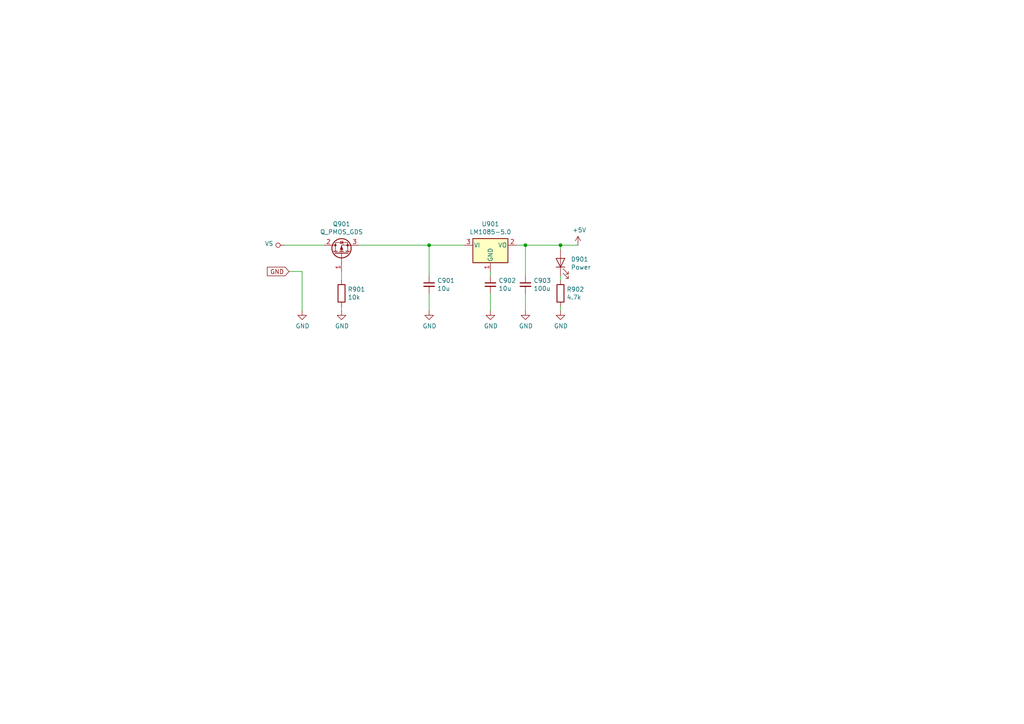
<source format=kicad_sch>
(kicad_sch (version 20211123) (generator eeschema)
  (paper "A4")
  (lib_symbols
    (symbol "Breadboard_CPU-rescue:C_Small-Device" (pin_numbers hide) (pin_names (offset 0.254) hide)
      (property "Reference" "C" (at 0.254 1.778 0))
      (property "Value" "C_Small-Device" (at 0.254 -2.032 0))
      (symbol "C_Small-Device_0_1"
        (polyline (pts (xy -1.524 -0.508) (xy 1.524 -0.508)) (stroke (width 0.3302)))
        (polyline (pts (xy -1.524 0.508) (xy 1.524 0.508)) (stroke (width 0.3048)))
      )
      (symbol "C_Small-Device_1_1"
        (pin passive line (at 0 2.54 270) (length 2.032) (name "~") (number "1"))
        (pin passive line (at 0 -2.54 90) (length 2.032) (name "~") (number "2"))
      )
    )
    (symbol "Breadboard_CPU-rescue:GND-power" (power) (pin_names (offset 0))
      (property "Value" "GND-power" (at 0 -3.81 0))
      (symbol "GND-power_0_1"
        (polyline (pts (xy 0 0) (xy 0 -1.27) (xy 1.27 -1.27) (xy 0 -2.54) (xy -1.27 -1.27) (xy 0 -1.27)))
      )
      (symbol "GND-power_1_1"
        (pin power_in line (at 0 0 270) (length 0) hide (name "GND") (number "1"))
      )
    )
    (symbol "Breadboard_CPU-rescue:LED-Device" (pin_numbers hide) (pin_names (offset 1.016) hide)
      (property "Reference" "D" (at 0 2.54 0))
      (property "Value" "LED-Device" (at 0 -2.54 0))
      (symbol "LED-Device_0_1"
        (polyline (pts (xy -1.27 -1.27) (xy -1.27 1.27)) (stroke (width 0.2032)))
        (polyline (pts (xy -1.27 0) (xy 1.27 0)))
        (polyline (pts (xy 1.27 -1.27) (xy 1.27 1.27) (xy -1.27 0) (xy 1.27 -1.27)) (stroke (width 0.2032)))
        (polyline (pts (xy -3.048 -0.762) (xy -4.572 -2.286) (xy -3.81 -2.286) (xy -4.572 -2.286) (xy -4.572 -1.524)))
        (polyline (pts (xy -1.778 -0.762) (xy -3.302 -2.286) (xy -2.54 -2.286) (xy -3.302 -2.286) (xy -3.302 -1.524)))
      )
      (symbol "LED-Device_1_1"
        (pin passive line (at -3.81 0 0) (length 2.54) (name "K") (number "1"))
        (pin passive line (at 3.81 0 180) (length 2.54) (name "A") (number "2"))
      )
    )
    (symbol "Breadboard_CPU-rescue:LM1085-5.0-Regulator_Linear" (pin_names (offset 0.254))
      (property "Reference" "U" (at -3.81 3.175 0))
      (property "Value" "LM1085-5.0-Regulator_Linear" (at 0 3.175 0))
      (symbol "LM1085-5.0-Regulator_Linear_0_1"
        (rectangle (start -5.08 1.905) (end 5.08 -5.08) (stroke (width 0.254)) (fill (type background)))
      )
      (symbol "LM1085-5.0-Regulator_Linear_1_1"
        (pin power_in line (at 0 -7.62 90) (length 2.54) (name "GND") (number "1"))
        (pin power_out line (at 7.62 0 180) (length 2.54) (name "VO") (number "2"))
        (pin power_in line (at -7.62 0 0) (length 2.54) (name "VI") (number "3"))
      )
    )
    (symbol "Breadboard_CPU-rescue:Q_PMOS_GDS-Device" (pin_names (offset 0) hide)
      (property "Reference" "Q" (at 5.08 1.27 0))
      (property "Value" "Q_PMOS_GDS-Device" (at 5.08 -1.27 0))
      (symbol "Q_PMOS_GDS-Device_0_1"
        (polyline (pts (xy 0.254 0) (xy -2.54 0)))
        (polyline (pts (xy 0.254 1.905) (xy 0.254 -1.905)) (stroke (width 0.254)))
        (polyline (pts (xy 0.762 -1.27) (xy 0.762 -2.286)) (stroke (width 0.254)))
        (polyline (pts (xy 0.762 0.508) (xy 0.762 -0.508)) (stroke (width 0.254)))
        (polyline (pts (xy 0.762 2.286) (xy 0.762 1.27)) (stroke (width 0.254)))
        (polyline (pts (xy 2.54 2.54) (xy 2.54 1.778)))
        (polyline (pts (xy 2.54 -2.54) (xy 2.54 0) (xy 0.762 0)))
        (polyline (pts (xy 0.762 1.778) (xy 3.302 1.778) (xy 3.302 -1.778) (xy 0.762 -1.778)))
        (polyline (pts (xy 2.286 0) (xy 1.27 0.381) (xy 1.27 -0.381) (xy 2.286 0)) (fill (type outline)))
        (polyline (pts (xy 2.794 -0.508) (xy 2.921 -0.381) (xy 3.683 -0.381) (xy 3.81 -0.254)))
        (polyline (pts (xy 3.302 -0.381) (xy 2.921 0.254) (xy 3.683 0.254) (xy 3.302 -0.381)))
        (circle (center 1.651 0) (radius 2.794) (stroke (width 0.254)))
        (circle (center 2.54 -1.778) (radius 0.254) (fill (type outline)))
        (circle (center 2.54 1.778) (radius 0.254) (fill (type outline)))
      )
      (symbol "Q_PMOS_GDS-Device_1_1"
        (pin input line (at -5.08 0 0) (length 2.54) (name "G") (number "1"))
        (pin passive line (at 2.54 5.08 270) (length 2.54) (name "D") (number "2"))
        (pin passive line (at 2.54 -5.08 90) (length 2.54) (name "S") (number "3"))
      )
    )
    (symbol "Breadboard_CPU-rescue:R-Device" (pin_numbers hide) (pin_names (offset 0))
      (property "Reference" "R" (at 2.032 0 90))
      (property "Value" "R-Device" (at 0 0 90))
      (symbol "R-Device_0_1"
        (rectangle (start -1.016 -2.54) (end 1.016 2.54) (stroke (width 0.254)))
      )
      (symbol "R-Device_1_1"
        (pin passive line (at 0 3.81 270) (length 1.27) (name "~") (number "1"))
        (pin passive line (at 0 -3.81 90) (length 1.27) (name "~") (number "2"))
      )
    )
    (symbol "Breadboard_CPU-rescue:VS-power" (power) (pin_names (offset 0))
      (property "Value" "VS-power" (at 0 3.81 0))
      (symbol "VS-power_0_1"
        (polyline (pts (xy 0 0) (xy 0 1.27)))
        (circle (center 0 1.905) (radius 0.635))
      )
      (symbol "VS-power_1_1"
        (pin power_in line (at 0 0 90) (length 0) hide (name "VS") (number "1"))
      )
    )
    (symbol "power:+5V" (power) (pin_names (offset 0))
      (property "Value" "+5V" (at 0 3.556 0))
      (symbol "+5V_0_1"
        (polyline (pts (xy -0.762 1.27) (xy 0 2.54)))
        (polyline (pts (xy 0 0) (xy 0 2.54)))
        (polyline (pts (xy 0 2.54) (xy 0.762 1.27)))
      )
      (symbol "+5V_1_1"
        (pin power_in line (at 0 0 90) (length 0) hide (name "+5V") (number "1"))
      )
    )
  )
  (junction (at 152.4 71.12))
  (junction (at 162.56 71.12))
  (junction (at 124.46 71.12))
  (wire (pts (xy 162.56 88.9) (xy 162.56 90.17)))
  (wire (pts (xy 142.24 85.09) (xy 142.24 90.17)))
  (wire (pts (xy 87.63 78.74) (xy 87.63 90.17)))
  (wire (pts (xy 162.56 71.12) (xy 167.64 71.12)))
  (wire (pts (xy 152.4 85.09) (xy 152.4 90.17)))
  (wire (pts (xy 162.56 71.12) (xy 162.56 72.39)))
  (wire (pts (xy 82.55 71.12) (xy 93.98 71.12)))
  (wire (pts (xy 124.46 71.12) (xy 134.62 71.12)))
  (wire (pts (xy 124.46 80.01) (xy 124.46 71.12)))
  (wire (pts (xy 152.4 71.12) (xy 162.56 71.12)))
  (wire (pts (xy 149.86 71.12) (xy 152.4 71.12)))
  (wire (pts (xy 162.56 80.01) (xy 162.56 81.28)))
  (wire (pts (xy 83.82 78.74) (xy 87.63 78.74)))
  (wire (pts (xy 99.06 88.9) (xy 99.06 90.17)))
  (wire (pts (xy 142.24 78.74) (xy 142.24 80.01)))
  (wire (pts (xy 99.06 78.74) (xy 99.06 81.28)))
  (wire (pts (xy 124.46 85.09) (xy 124.46 90.17)))
  (wire (pts (xy 104.14 71.12) (xy 124.46 71.12)))
  (wire (pts (xy 152.4 80.01) (xy 152.4 71.12)))
  (global_label "GND" (shape input) (at 83.82 78.74 180) (property "Intersheet References" "${INTERSHEET_REFS}" (effects hide)))
  (symbol (lib_id "Breadboard_CPU-rescue:Q_PMOS_GDS-Device") (at 99.06 73.66 90) (unit 1)
    (property "Reference" "Q901" (at 99.06 64.9732 90))
    (property "Value" "Q_PMOS_GDS" (at 99.06 67.2846 90))
  )
  (symbol (lib_id "Breadboard_CPU-rescue:GND-power") (at 87.63 90.17 0) (unit 1)
    (property "Reference" "#PWR0902" (effects hide))
    (property "Value" "GND" (at 87.757 94.5642 0))
  )
  (symbol (lib_id "Breadboard_CPU-rescue:R-Device") (at 99.06 85.09 0) (unit 1)
    (property "Reference" "R901" (at 100.838 83.9216 0) (effects (justify left)))
    (property "Value" "10k" (at 100.838 86.233 0) (effects (justify left)))
  )
  (symbol (lib_id "Breadboard_CPU-rescue:LM1085-5.0-Regulator_Linear") (at 142.24 71.12 0) (unit 1)
    (property "Reference" "U901" (at 142.24 64.9732 0))
    (property "Value" "LM1085-5.0" (at 142.24 67.2846 0))
    (property "Datasheet" "http://www.ti.com/lit/ds/symlink/lm1085.pdf" (effects hide))
  )
  (symbol (lib_id "Breadboard_CPU-rescue:C_Small-Device") (at 124.46 82.55 0) (unit 1)
    (property "Reference" "C901" (at 126.7968 81.3816 0) (effects (justify left)))
    (property "Value" "10u" (at 126.7968 83.693 0) (effects (justify left)))
  )
  (symbol (lib_id "Breadboard_CPU-rescue:C_Small-Device") (at 142.24 82.55 0) (unit 1)
    (property "Reference" "C902" (at 144.5768 81.3816 0) (effects (justify left)))
    (property "Value" "10u" (at 144.5768 83.693 0) (effects (justify left)))
  )
  (symbol (lib_id "Breadboard_CPU-rescue:C_Small-Device") (at 152.4 82.55 0) (unit 1)
    (property "Reference" "C903" (at 154.7368 81.3816 0) (effects (justify left)))
    (property "Value" "100u" (at 154.7368 83.693 0) (effects (justify left)))
  )
  (symbol (lib_id "Breadboard_CPU-rescue:GND-power") (at 142.24 90.17 0) (unit 1)
    (property "Reference" "#PWR0905" (effects hide))
    (property "Value" "GND" (at 142.367 94.5642 0))
  )
  (symbol (lib_id "Breadboard_CPU-rescue:GND-power") (at 152.4 90.17 0) (unit 1)
    (property "Reference" "#PWR0906" (effects hide))
    (property "Value" "GND" (at 152.527 94.5642 0))
  )
  (symbol (lib_id "Breadboard_CPU-rescue:GND-power") (at 99.06 90.17 0) (unit 1)
    (property "Reference" "#PWR0903" (effects hide))
    (property "Value" "GND" (at 99.187 94.5642 0))
  )
  (symbol (lib_id "Breadboard_CPU-rescue:GND-power") (at 124.46 90.17 0) (unit 1)
    (property "Reference" "#PWR0904" (effects hide))
    (property "Value" "GND" (at 124.587 94.5642 0))
  )
  (symbol (lib_id "Breadboard_CPU-rescue:LED-Device") (at 162.56 76.2 90) (unit 1)
    (property "Reference" "D901" (at 165.5572 75.2094 90) (effects (justify right)))
    (property "Value" "Power" (at 165.5572 77.5208 90) (effects (justify right)))
  )
  (symbol (lib_id "Breadboard_CPU-rescue:R-Device") (at 162.56 85.09 0) (unit 1)
    (property "Reference" "R902" (at 164.338 83.9216 0) (effects (justify left)))
    (property "Value" "4.7k" (at 164.338 86.233 0) (effects (justify left)))
  )
  (symbol (lib_id "Breadboard_CPU-rescue:GND-power") (at 162.56 90.17 0) (unit 1)
    (property "Reference" "#PWR0907" (effects hide))
    (property "Value" "GND" (at 162.687 94.5642 0))
  )
  (symbol (lib_id "Breadboard_CPU-rescue:VS-power") (at 82.55 71.12 90) (unit 1)
    (property "Reference" "#PWR0901" (effects hide))
    (property "Value" "VS" (at 79.2988 70.6628 90) (effects (justify left)))
  )
  (symbol (lib_id "power:+5V") (at 167.64 71.12 0) (unit 1)
    (property "Reference" "#PWR0908" (effects hide))
    (property "Value" "+5V" (at 168.021 66.7258 0))
  )
)
</source>
